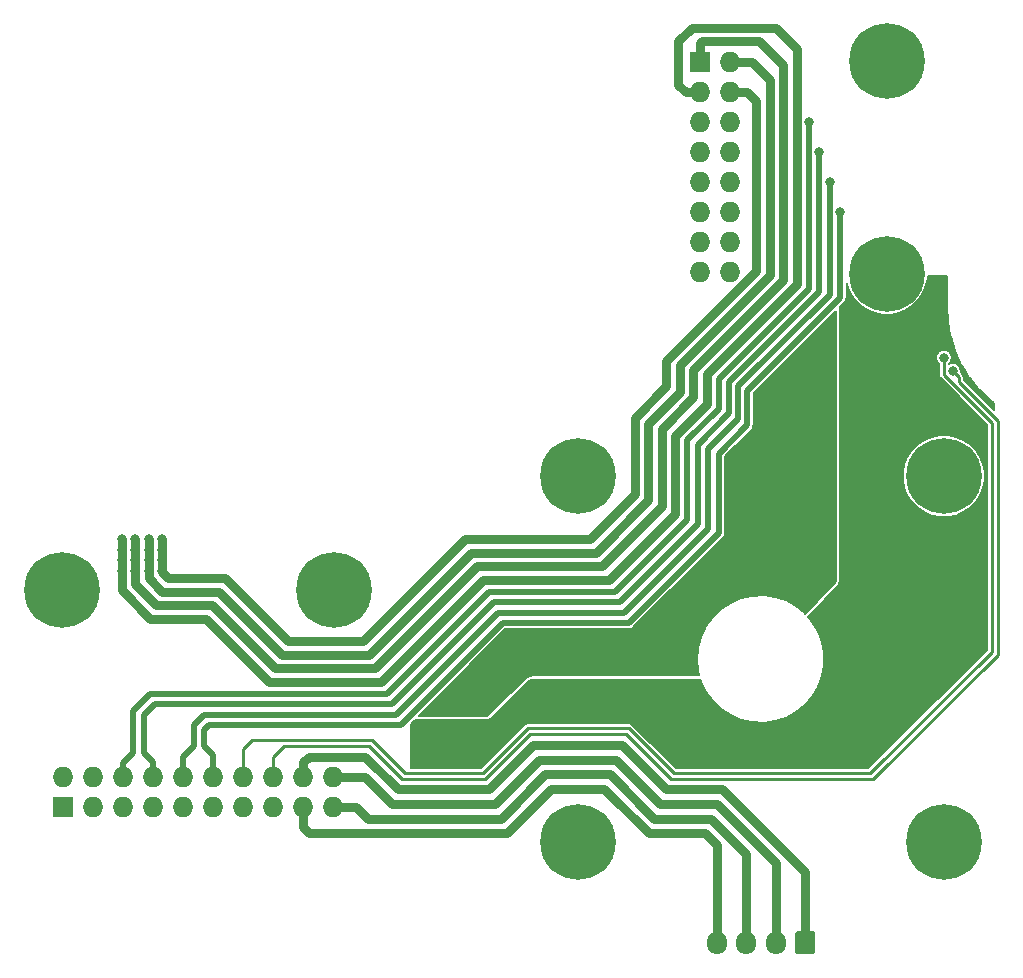
<source format=gbr>
G04 #@! TF.GenerationSoftware,KiCad,Pcbnew,(5.1.4)-1*
G04 #@! TF.CreationDate,2020-03-27T16:40:10-04:00*
G04 #@! TF.ProjectId,gantry_x_motor_breakout,67616e74-7279-45f7-985f-6d6f746f725f,rev?*
G04 #@! TF.SameCoordinates,Original*
G04 #@! TF.FileFunction,Copper,L1,Top*
G04 #@! TF.FilePolarity,Positive*
%FSLAX46Y46*%
G04 Gerber Fmt 4.6, Leading zero omitted, Abs format (unit mm)*
G04 Created by KiCad (PCBNEW (5.1.4)-1) date 2020-03-27 16:40:10*
%MOMM*%
%LPD*%
G04 APERTURE LIST*
%ADD10O,1.727200X1.727200*%
%ADD11R,1.727200X1.727200*%
%ADD12O,1.700000X1.950000*%
%ADD13C,0.100000*%
%ADD14C,1.700000*%
%ADD15C,6.400000*%
%ADD16C,0.800000*%
%ADD17C,0.508000*%
%ADD18C,0.254000*%
%ADD19C,0.762000*%
%ADD20C,0.152400*%
G04 APERTURE END LIST*
D10*
X113780000Y-109960000D03*
X113780000Y-112500000D03*
X111240000Y-109960000D03*
X111240000Y-112500000D03*
X108700000Y-109960000D03*
X108700000Y-112500000D03*
X106160000Y-109960000D03*
X106160000Y-112500000D03*
X103620000Y-109960000D03*
X103620000Y-112500000D03*
X101080000Y-109960000D03*
X101080000Y-112500000D03*
X98540000Y-109960000D03*
X98540000Y-112500000D03*
X96000000Y-109960000D03*
X96000000Y-112500000D03*
X93460000Y-109960000D03*
X93460000Y-112500000D03*
X90920000Y-109960000D03*
D11*
X90920000Y-112500000D03*
D10*
X147415000Y-67240000D03*
X144875000Y-67240000D03*
X147415000Y-64700000D03*
X144875000Y-64700000D03*
X147415000Y-62160000D03*
X144875000Y-62160000D03*
X147415000Y-59620000D03*
X144875000Y-59620000D03*
X147415000Y-57080000D03*
X144875000Y-57080000D03*
X147415000Y-54540000D03*
X144875000Y-54540000D03*
X147415000Y-52000000D03*
X144875000Y-52000000D03*
X147415000Y-49460000D03*
D11*
X144875000Y-49460000D03*
D12*
X146250000Y-124000000D03*
X148750000Y-124000000D03*
X151250000Y-124000000D03*
D13*
G36*
X154374504Y-123026204D02*
G01*
X154398773Y-123029804D01*
X154422571Y-123035765D01*
X154445671Y-123044030D01*
X154467849Y-123054520D01*
X154488893Y-123067133D01*
X154508598Y-123081747D01*
X154526777Y-123098223D01*
X154543253Y-123116402D01*
X154557867Y-123136107D01*
X154570480Y-123157151D01*
X154580970Y-123179329D01*
X154589235Y-123202429D01*
X154595196Y-123226227D01*
X154598796Y-123250496D01*
X154600000Y-123275000D01*
X154600000Y-124725000D01*
X154598796Y-124749504D01*
X154595196Y-124773773D01*
X154589235Y-124797571D01*
X154580970Y-124820671D01*
X154570480Y-124842849D01*
X154557867Y-124863893D01*
X154543253Y-124883598D01*
X154526777Y-124901777D01*
X154508598Y-124918253D01*
X154488893Y-124932867D01*
X154467849Y-124945480D01*
X154445671Y-124955970D01*
X154422571Y-124964235D01*
X154398773Y-124970196D01*
X154374504Y-124973796D01*
X154350000Y-124975000D01*
X153150000Y-124975000D01*
X153125496Y-124973796D01*
X153101227Y-124970196D01*
X153077429Y-124964235D01*
X153054329Y-124955970D01*
X153032151Y-124945480D01*
X153011107Y-124932867D01*
X152991402Y-124918253D01*
X152973223Y-124901777D01*
X152956747Y-124883598D01*
X152942133Y-124863893D01*
X152929520Y-124842849D01*
X152919030Y-124820671D01*
X152910765Y-124797571D01*
X152904804Y-124773773D01*
X152901204Y-124749504D01*
X152900000Y-124725000D01*
X152900000Y-123275000D01*
X152901204Y-123250496D01*
X152904804Y-123226227D01*
X152910765Y-123202429D01*
X152919030Y-123179329D01*
X152929520Y-123157151D01*
X152942133Y-123136107D01*
X152956747Y-123116402D01*
X152973223Y-123098223D01*
X152991402Y-123081747D01*
X153011107Y-123067133D01*
X153032151Y-123054520D01*
X153054329Y-123044030D01*
X153077429Y-123035765D01*
X153101227Y-123029804D01*
X153125496Y-123026204D01*
X153150000Y-123025000D01*
X154350000Y-123025000D01*
X154374504Y-123026204D01*
X154374504Y-123026204D01*
G37*
D14*
X153750000Y-124000000D03*
D15*
X134500000Y-84500000D03*
X113850000Y-94150000D03*
X90850000Y-94150000D03*
X165500000Y-115500000D03*
X165500000Y-84500000D03*
X134500000Y-115500000D03*
X160650000Y-67350000D03*
X160650000Y-49350000D03*
D16*
X128029000Y-106731000D03*
X128029000Y-105715000D03*
X127013000Y-105715000D03*
X125997000Y-105715000D03*
X124981000Y-105715000D03*
X123965000Y-105715000D03*
X122949000Y-105715000D03*
X121933000Y-105715000D03*
X120917000Y-105715000D03*
X120917000Y-106731000D03*
X121933000Y-106731000D03*
X122949000Y-106731000D03*
X123965000Y-106731000D03*
X124981000Y-106731000D03*
X125997000Y-106731000D03*
X127013000Y-106731000D03*
X127013000Y-107747000D03*
X125997000Y-107747000D03*
X124981000Y-107747000D03*
X123965000Y-107747000D03*
X122949000Y-107747000D03*
X121933000Y-107747000D03*
X120917000Y-107747000D03*
X120917000Y-108763000D03*
X121933000Y-108763000D03*
X122949000Y-108763000D03*
X123965000Y-108763000D03*
X124981000Y-108763000D03*
X125997000Y-108763000D03*
X164351000Y-74092000D03*
X163335000Y-74092000D03*
X162319000Y-74092000D03*
X161303000Y-74092000D03*
X160287000Y-74092000D03*
X159271000Y-74092000D03*
X158255000Y-74092000D03*
X158763000Y-73203000D03*
X159779000Y-73203000D03*
X160795000Y-73203000D03*
X161811000Y-73203000D03*
X162827000Y-73203000D03*
X163843000Y-73203000D03*
X164351000Y-72314000D03*
X163335000Y-72314000D03*
X162319000Y-72314000D03*
X161303000Y-72314000D03*
X160287000Y-72314000D03*
X159271000Y-72314000D03*
X158255000Y-72314000D03*
X158763000Y-71425000D03*
X159779000Y-71425000D03*
X160795000Y-71425000D03*
X161811000Y-71425000D03*
X162827000Y-71425000D03*
X163843000Y-71425000D03*
X164859000Y-71425000D03*
X164351000Y-70536000D03*
X165367000Y-70536000D03*
X163335000Y-70536000D03*
X164859000Y-69647000D03*
X163843000Y-69647000D03*
X164351000Y-68758000D03*
X165367000Y-68758000D03*
X154953000Y-57074000D03*
X154064000Y-54534000D03*
X166256000Y-75616000D03*
X165494000Y-74473000D03*
X156731000Y-62154000D03*
X155842000Y-59614000D03*
X128410000Y-99238000D03*
X128410000Y-100254000D03*
X128410000Y-101270000D03*
X128410000Y-102286000D03*
X127394000Y-99238000D03*
X127394000Y-100254000D03*
X127394000Y-101270000D03*
X127394000Y-102286000D03*
X127394000Y-103302000D03*
X126378000Y-100254000D03*
X126378000Y-101270000D03*
X126378000Y-102286000D03*
X126378000Y-103302000D03*
X126378000Y-104318000D03*
X125362000Y-101270000D03*
X125362000Y-102286000D03*
X125362000Y-103302000D03*
X125362000Y-104318000D03*
X124346000Y-104318000D03*
X124346000Y-103302000D03*
X124346000Y-102286000D03*
X123330000Y-103302000D03*
X123330000Y-104318000D03*
X122314000Y-104254500D03*
X155969000Y-78156000D03*
X154953000Y-78156000D03*
X153937000Y-78156000D03*
X152921000Y-78156000D03*
X151905000Y-78156000D03*
X150889000Y-78156000D03*
X149873000Y-78156000D03*
X150381000Y-77267000D03*
X151397000Y-77267000D03*
X152413000Y-77267000D03*
X153429000Y-77267000D03*
X154445000Y-77267000D03*
X155461000Y-77267000D03*
X155969000Y-76378000D03*
X154953000Y-76378000D03*
X153937000Y-76378000D03*
X152921000Y-76378000D03*
X151905000Y-76378000D03*
X152413000Y-75489000D03*
X153429000Y-75489000D03*
X154445000Y-75489000D03*
X152921000Y-74600000D03*
X155461000Y-75489000D03*
X154953000Y-74600000D03*
X153937000Y-74473000D03*
X154445000Y-73584000D03*
X99327000Y-92507000D03*
X99327000Y-91618000D03*
X99327000Y-90729000D03*
X99327000Y-89840000D03*
X95898000Y-92507000D03*
X95898000Y-91618000D03*
X95898000Y-90729000D03*
X95898000Y-89840000D03*
X98184000Y-92507000D03*
X98184000Y-91618000D03*
X98184000Y-90729000D03*
X98184000Y-89840000D03*
X97041000Y-92507000D03*
X97041000Y-91618000D03*
X97041000Y-90729000D03*
X97041000Y-89840000D03*
D17*
X154953000Y-57639685D02*
X154953000Y-57074000D01*
X154953000Y-68885000D02*
X154953000Y-57639685D01*
X147333000Y-79172000D02*
X147333000Y-76505000D01*
X144666000Y-81839000D02*
X147333000Y-79172000D01*
X144666000Y-88570000D02*
X144666000Y-81839000D01*
X147333000Y-76505000D02*
X154953000Y-68885000D01*
X138062000Y-95174000D02*
X144666000Y-88570000D01*
X127394000Y-95174000D02*
X138062000Y-95174000D01*
X98540000Y-108738000D02*
X97739500Y-107937500D01*
X98540000Y-109960000D02*
X98540000Y-108738000D01*
X97739500Y-107937500D02*
X97739500Y-104762500D01*
X97739500Y-104762500D02*
X98692000Y-103810000D01*
X98692000Y-103810000D02*
X118758000Y-103810000D01*
X118758000Y-103810000D02*
X127394000Y-95174000D01*
X96025000Y-109935000D02*
X96000000Y-109960000D01*
X96850500Y-107937500D02*
X96025000Y-108763000D01*
X96850500Y-104381500D02*
X96850500Y-107937500D01*
X98311000Y-102921000D02*
X96850500Y-104381500D01*
X118377000Y-102921000D02*
X98311000Y-102921000D01*
X127013000Y-94285000D02*
X118377000Y-102921000D01*
X137681000Y-94285000D02*
X127013000Y-94285000D01*
X154064000Y-54534000D02*
X154064000Y-68631000D01*
X146444000Y-76251000D02*
X146444000Y-78791000D01*
X143777000Y-81458000D02*
X143777000Y-88189000D01*
X96025000Y-108763000D02*
X96025000Y-109935000D01*
X154064000Y-68631000D02*
X146444000Y-76251000D01*
X146444000Y-78791000D02*
X143777000Y-81458000D01*
X143777000Y-88189000D02*
X137681000Y-94285000D01*
D18*
X108700000Y-108280000D02*
X108700000Y-109960000D01*
X109614000Y-107366000D02*
X108700000Y-108280000D01*
X116853000Y-107366000D02*
X109614000Y-107366000D01*
X126632000Y-110160000D02*
X119647000Y-110160000D01*
X130442000Y-106350000D02*
X126632000Y-110160000D01*
X138570000Y-106350000D02*
X130442000Y-106350000D01*
X166764000Y-76124000D02*
X166764000Y-76505000D01*
X166256000Y-75616000D02*
X166764000Y-76124000D01*
X166764000Y-76505000D02*
X170066000Y-79807000D01*
X170066000Y-79807000D02*
X170066000Y-99619000D01*
X142380000Y-110160000D02*
X138570000Y-106350000D01*
X170066000Y-99619000D02*
X159525000Y-110160000D01*
X119647000Y-110160000D02*
X116853000Y-107366000D01*
X159525000Y-110160000D02*
X142380000Y-110160000D01*
X117107000Y-106858000D02*
X106947000Y-106858000D01*
X119901000Y-109652000D02*
X117107000Y-106858000D01*
X126441500Y-109652000D02*
X119901000Y-109652000D01*
X106160000Y-107645000D02*
X106160000Y-109960000D01*
X130251500Y-105842000D02*
X126441500Y-109652000D01*
X138824000Y-105842000D02*
X130251500Y-105842000D01*
X165494000Y-75929962D02*
X169558000Y-79993962D01*
X106947000Y-106858000D02*
X106160000Y-107645000D01*
X165494000Y-74473000D02*
X165494000Y-75929962D01*
X169558000Y-79993962D02*
X169558000Y-99365000D01*
X169558000Y-99365000D02*
X159271000Y-109652000D01*
X159271000Y-109652000D02*
X142634000Y-109652000D01*
X142634000Y-109652000D02*
X138824000Y-105842000D01*
D17*
X102883000Y-107366000D02*
X103620000Y-108103000D01*
X102883000Y-105969000D02*
X102883000Y-107366000D01*
X103620000Y-108103000D02*
X103620000Y-109960000D01*
X103264000Y-105588000D02*
X102883000Y-105969000D01*
X119520000Y-105588000D02*
X103264000Y-105588000D01*
X138824000Y-96952000D02*
X128156000Y-96952000D01*
X156731000Y-69393000D02*
X148857000Y-77267000D01*
X156731000Y-62154000D02*
X156731000Y-69393000D01*
X148857000Y-77267000D02*
X148857000Y-80188000D01*
X148857000Y-80188000D02*
X146444000Y-82601000D01*
X128156000Y-96952000D02*
X119520000Y-105588000D01*
X146444000Y-82601000D02*
X146444000Y-89332000D01*
X146444000Y-89332000D02*
X138824000Y-96952000D01*
X101080000Y-108280000D02*
X101080000Y-109960000D01*
X102883000Y-104699000D02*
X101994000Y-105588000D01*
X119139000Y-104699000D02*
X102883000Y-104699000D01*
X127775000Y-96063000D02*
X119139000Y-104699000D01*
X138443000Y-96063000D02*
X127775000Y-96063000D01*
X155842000Y-69139000D02*
X148095000Y-76886000D01*
X155842000Y-59614000D02*
X155842000Y-69139000D01*
X101994000Y-105588000D02*
X101994000Y-107366000D01*
X148095000Y-76886000D02*
X148095000Y-79680000D01*
X101994000Y-107366000D02*
X101080000Y-108280000D01*
X148095000Y-79680000D02*
X145555000Y-82220000D01*
X145555000Y-82220000D02*
X145555000Y-88951000D01*
X145555000Y-88951000D02*
X138443000Y-96063000D01*
D19*
X113780000Y-109960000D02*
X116460000Y-109960000D01*
X116460000Y-109960000D02*
X118750000Y-112250000D01*
X118750000Y-112250000D02*
X127500000Y-112250000D01*
X127500000Y-112250000D02*
X131250000Y-108500000D01*
X131250000Y-108500000D02*
X137750000Y-108500000D01*
X137750000Y-108500000D02*
X141500000Y-112250000D01*
X141500000Y-112250000D02*
X146250000Y-112250000D01*
X151250000Y-117250000D02*
X151250000Y-124000000D01*
X146250000Y-112250000D02*
X151250000Y-117250000D01*
X145750000Y-113500000D02*
X148750000Y-116500000D01*
X141000000Y-113500000D02*
X145750000Y-113500000D01*
X148750000Y-116500000D02*
X148750000Y-124000000D01*
X115750000Y-112500000D02*
X116750000Y-113500000D01*
X113780000Y-112500000D02*
X115750000Y-112500000D01*
X116750000Y-113500000D02*
X128000000Y-113500000D01*
X128000000Y-113500000D02*
X131750000Y-109750000D01*
X131750000Y-109750000D02*
X137250000Y-109750000D01*
X137250000Y-109750000D02*
X141000000Y-113500000D01*
X111240000Y-108738686D02*
X111728686Y-108250000D01*
X111240000Y-109960000D02*
X111240000Y-108738686D01*
X111728686Y-108250000D02*
X116500000Y-108250000D01*
X116500000Y-108250000D02*
X119250000Y-111000000D01*
X119250000Y-111000000D02*
X127000000Y-111000000D01*
X127000000Y-111000000D02*
X130750000Y-107250000D01*
X130750000Y-107250000D02*
X138250000Y-107250000D01*
X138250000Y-107250000D02*
X142000000Y-111000000D01*
X142000000Y-111000000D02*
X146750000Y-111000000D01*
X153750000Y-118000000D02*
X153750000Y-124000000D01*
X146750000Y-111000000D02*
X153750000Y-118000000D01*
X145250000Y-114750000D02*
X146250000Y-115750000D01*
X140500000Y-114750000D02*
X145250000Y-114750000D01*
X111240000Y-114240000D02*
X111750000Y-114750000D01*
X146250000Y-115750000D02*
X146250000Y-124000000D01*
X111240000Y-112500000D02*
X111240000Y-114240000D01*
X128500000Y-114750000D02*
X132250000Y-111000000D01*
X111750000Y-114750000D02*
X128500000Y-114750000D01*
X132250000Y-111000000D02*
X136750000Y-111000000D01*
X136750000Y-111000000D02*
X140500000Y-114750000D01*
X99327000Y-92634000D02*
X99327000Y-89840000D01*
X109995000Y-98476000D02*
X104661000Y-93142000D01*
X124981000Y-89840000D02*
X116345000Y-98476000D01*
X135522000Y-89840000D02*
X124981000Y-89840000D01*
X139332000Y-79553000D02*
X139332000Y-86030000D01*
X148863000Y-52000000D02*
X149619000Y-52756000D01*
X99835000Y-93142000D02*
X99327000Y-92634000D01*
X116345000Y-98476000D02*
X109995000Y-98476000D01*
X149619000Y-52756000D02*
X149619000Y-67107000D01*
X104661000Y-93142000D02*
X99835000Y-93142000D01*
X149619000Y-67107000D02*
X141999000Y-74727000D01*
X141999000Y-74727000D02*
X141999000Y-76886000D01*
X139332000Y-86030000D02*
X135522000Y-89840000D01*
X147415000Y-52000000D02*
X148863000Y-52000000D01*
X141999000Y-76886000D02*
X139332000Y-79553000D01*
X95898000Y-94158000D02*
X95898000Y-89840000D01*
X98311000Y-96571000D02*
X95898000Y-94158000D01*
X103010000Y-96571000D02*
X98311000Y-96571000D01*
X144875000Y-52000000D02*
X143653686Y-52000000D01*
X137173000Y-93269000D02*
X126505000Y-93269000D01*
X151270000Y-46533000D02*
X153048000Y-48311000D01*
X153048000Y-48311000D02*
X153048000Y-68250000D01*
X144158000Y-46533000D02*
X151270000Y-46533000D01*
X143015000Y-47676000D02*
X144158000Y-46533000D01*
X145428000Y-75870000D02*
X145428000Y-78410000D01*
X142761000Y-81077000D02*
X142761000Y-87681000D01*
X143015000Y-51361314D02*
X143015000Y-47676000D01*
X143653686Y-52000000D02*
X143015000Y-51361314D01*
X153048000Y-68250000D02*
X145428000Y-75870000D01*
X145428000Y-78410000D02*
X142761000Y-81077000D01*
X142761000Y-87681000D02*
X137173000Y-93269000D01*
X126505000Y-93269000D02*
X117869000Y-101905000D01*
X108344000Y-101905000D02*
X103010000Y-96571000D01*
X117869000Y-101905000D02*
X108344000Y-101905000D01*
X98184000Y-93142000D02*
X98184000Y-89840000D01*
X99327000Y-94285000D02*
X98184000Y-93142000D01*
X104153000Y-94285000D02*
X99327000Y-94285000D01*
X109487000Y-99619000D02*
X104153000Y-94285000D01*
X116853000Y-99619000D02*
X109487000Y-99619000D01*
X125489000Y-90983000D02*
X116853000Y-99619000D01*
X136030000Y-90983000D02*
X125489000Y-90983000D01*
X140475000Y-86538000D02*
X136030000Y-90983000D01*
X140475000Y-80061000D02*
X140475000Y-86538000D01*
X149244000Y-49460000D02*
X150762000Y-50978000D01*
X147415000Y-49460000D02*
X149244000Y-49460000D01*
X150762000Y-50978000D02*
X150762000Y-67488000D01*
X150762000Y-67488000D02*
X143142000Y-75108000D01*
X143142000Y-75108000D02*
X143142000Y-77394000D01*
X143142000Y-77394000D02*
X140475000Y-80061000D01*
X97041000Y-93650000D02*
X97041000Y-89840000D01*
X151905000Y-67869000D02*
X144285000Y-75489000D01*
X151905000Y-49708000D02*
X151905000Y-67869000D01*
X144285000Y-75489000D02*
X144285000Y-77838500D01*
X149873000Y-47676000D02*
X151905000Y-49708000D01*
X136538000Y-92126000D02*
X125997000Y-92126000D01*
X145033400Y-47676000D02*
X149873000Y-47676000D01*
X141618000Y-87046000D02*
X136538000Y-92126000D01*
X144875000Y-47834400D02*
X145033400Y-47676000D01*
X141618000Y-80505500D02*
X141618000Y-87046000D01*
X144285000Y-77838500D02*
X141618000Y-80505500D01*
X144875000Y-49460000D02*
X144875000Y-47834400D01*
X125997000Y-92126000D02*
X117361000Y-100762000D01*
X117361000Y-100762000D02*
X108852000Y-100762000D01*
X108852000Y-100762000D02*
X103518000Y-95428000D01*
X103518000Y-95428000D02*
X98819000Y-95428000D01*
X98819000Y-95428000D02*
X97041000Y-93650000D01*
D20*
G36*
X165769002Y-70208459D02*
G01*
X165770066Y-70219267D01*
X165834781Y-71351202D01*
X165837517Y-71373903D01*
X165840116Y-71396559D01*
X166061298Y-72632738D01*
X166072665Y-72679214D01*
X166072669Y-72679224D01*
X166447034Y-73877910D01*
X166447038Y-73877925D01*
X166464142Y-73922610D01*
X166985799Y-75064940D01*
X166985801Y-75064946D01*
X166990022Y-75072836D01*
X167008369Y-75107135D01*
X167008377Y-75107146D01*
X167669077Y-76175063D01*
X167669087Y-76175082D01*
X167683507Y-76195414D01*
X167696766Y-76214110D01*
X167696773Y-76214117D01*
X168486118Y-77190819D01*
X168486124Y-77190827D01*
X168492290Y-77197545D01*
X168518475Y-77226077D01*
X168518483Y-77226084D01*
X169424023Y-78096158D01*
X169460538Y-78127077D01*
X169735800Y-78331920D01*
X169735800Y-78906589D01*
X167167200Y-76337990D01*
X167167200Y-76143787D01*
X167169149Y-76123999D01*
X167167200Y-76104211D01*
X167167200Y-76104202D01*
X167161365Y-76044959D01*
X167138310Y-75968956D01*
X167100870Y-75898911D01*
X167080654Y-75874278D01*
X167063104Y-75852893D01*
X167063102Y-75852891D01*
X167050484Y-75837516D01*
X167035110Y-75824899D01*
X166925665Y-75715454D01*
X166932200Y-75682600D01*
X166932200Y-75549400D01*
X166906214Y-75418760D01*
X166855241Y-75295699D01*
X166781239Y-75184948D01*
X166687052Y-75090761D01*
X166576301Y-75016759D01*
X166453240Y-74965786D01*
X166322600Y-74939800D01*
X166189400Y-74939800D01*
X166058760Y-74965786D01*
X165935699Y-75016759D01*
X165897200Y-75042483D01*
X165897200Y-75016849D01*
X165925052Y-74998239D01*
X166019239Y-74904052D01*
X166093241Y-74793301D01*
X166144214Y-74670240D01*
X166170200Y-74539600D01*
X166170200Y-74406400D01*
X166144214Y-74275760D01*
X166093241Y-74152699D01*
X166019239Y-74041948D01*
X165925052Y-73947761D01*
X165814301Y-73873759D01*
X165691240Y-73822786D01*
X165560600Y-73796800D01*
X165427400Y-73796800D01*
X165296760Y-73822786D01*
X165173699Y-73873759D01*
X165062948Y-73947761D01*
X164968761Y-74041948D01*
X164894759Y-74152699D01*
X164843786Y-74275760D01*
X164817800Y-74406400D01*
X164817800Y-74539600D01*
X164843786Y-74670240D01*
X164894759Y-74793301D01*
X164968761Y-74904052D01*
X165062948Y-74998239D01*
X165090800Y-75016850D01*
X165090801Y-75910161D01*
X165088851Y-75929962D01*
X165096635Y-76009003D01*
X165119691Y-76085006D01*
X165157131Y-76155051D01*
X165186416Y-76190734D01*
X165207517Y-76216446D01*
X165222892Y-76229064D01*
X169154800Y-80160973D01*
X169154801Y-99197988D01*
X159103990Y-109248800D01*
X142801010Y-109248800D01*
X139123107Y-105570897D01*
X139110484Y-105555516D01*
X139049089Y-105505130D01*
X138979044Y-105467690D01*
X138903041Y-105444635D01*
X138843798Y-105438800D01*
X138843791Y-105438800D01*
X138824000Y-105436851D01*
X138804209Y-105438800D01*
X130271291Y-105438800D01*
X130251500Y-105436851D01*
X130231709Y-105438800D01*
X130231702Y-105438800D01*
X130172459Y-105444635D01*
X130096455Y-105467690D01*
X130065824Y-105484063D01*
X130026411Y-105505130D01*
X129965016Y-105555516D01*
X129952393Y-105570897D01*
X126274490Y-109248800D01*
X120358200Y-109248800D01*
X120358200Y-105719994D01*
X120377875Y-105570545D01*
X120433636Y-105435927D01*
X120472377Y-105385438D01*
X120587438Y-105270377D01*
X120637927Y-105231636D01*
X120772545Y-105175875D01*
X120921994Y-105156200D01*
X126749974Y-105156200D01*
X126759920Y-105155548D01*
X126924270Y-105133911D01*
X126943485Y-105128763D01*
X127096635Y-105065326D01*
X127113861Y-105055380D01*
X127245374Y-104954467D01*
X127252869Y-104947895D01*
X130306367Y-101894397D01*
X130425953Y-101802636D01*
X130560571Y-101746875D01*
X130710020Y-101727200D01*
X144896319Y-101727200D01*
X144943395Y-101897775D01*
X145363518Y-102770169D01*
X145932661Y-103553527D01*
X146632532Y-104222672D01*
X147440635Y-104756096D01*
X148330999Y-105136656D01*
X149275006Y-105352120D01*
X150242315Y-105395562D01*
X151201836Y-105265586D01*
X152122728Y-104966369D01*
X152975395Y-104507530D01*
X153732429Y-103903815D01*
X154369501Y-103174628D01*
X154866133Y-102343406D01*
X155206363Y-101436865D01*
X155379257Y-100484142D01*
X155379257Y-99515858D01*
X155206363Y-98563135D01*
X154866133Y-97656594D01*
X154369501Y-96825372D01*
X154001014Y-96403605D01*
X156475901Y-93888801D01*
X156482351Y-93881336D01*
X156581373Y-93750492D01*
X156591128Y-93733386D01*
X156653315Y-93581537D01*
X156658360Y-93562504D01*
X156679561Y-93399790D01*
X156680200Y-93389945D01*
X156680200Y-84157624D01*
X162023800Y-84157624D01*
X162023800Y-84842376D01*
X162157388Y-85513970D01*
X162419431Y-86146598D01*
X162799859Y-86715948D01*
X163284052Y-87200141D01*
X163853402Y-87580569D01*
X164486030Y-87842612D01*
X165157624Y-87976200D01*
X165842376Y-87976200D01*
X166513970Y-87842612D01*
X167146598Y-87580569D01*
X167715948Y-87200141D01*
X168200141Y-86715948D01*
X168580569Y-86146598D01*
X168842612Y-85513970D01*
X168976200Y-84842376D01*
X168976200Y-84157624D01*
X168842612Y-83486030D01*
X168580569Y-82853402D01*
X168200141Y-82284052D01*
X167715948Y-81799859D01*
X167146598Y-81419431D01*
X166513970Y-81157388D01*
X165842376Y-81023800D01*
X165157624Y-81023800D01*
X164486030Y-81157388D01*
X163853402Y-81419431D01*
X163284052Y-81799859D01*
X162799859Y-82284052D01*
X162419431Y-82853402D01*
X162157388Y-83486030D01*
X162023800Y-84157624D01*
X156680200Y-84157624D01*
X156680200Y-70193616D01*
X157087491Y-69786325D01*
X157107722Y-69769722D01*
X157173978Y-69688988D01*
X157223211Y-69596880D01*
X157253528Y-69496937D01*
X157261200Y-69419043D01*
X157263765Y-69393000D01*
X157261200Y-69366957D01*
X157261200Y-68131767D01*
X157307388Y-68363970D01*
X157569431Y-68996598D01*
X157949859Y-69565948D01*
X158434052Y-70050141D01*
X159003402Y-70430569D01*
X159636030Y-70692612D01*
X160307624Y-70826200D01*
X160992376Y-70826200D01*
X161663970Y-70692612D01*
X162296598Y-70430569D01*
X162865948Y-70050141D01*
X163350141Y-69565948D01*
X163730569Y-68996598D01*
X163992612Y-68363970D01*
X164126200Y-67692376D01*
X164126200Y-67564200D01*
X165769002Y-67564200D01*
X165769002Y-70208459D01*
X165769002Y-70208459D01*
G37*
X165769002Y-70208459D02*
X165770066Y-70219267D01*
X165834781Y-71351202D01*
X165837517Y-71373903D01*
X165840116Y-71396559D01*
X166061298Y-72632738D01*
X166072665Y-72679214D01*
X166072669Y-72679224D01*
X166447034Y-73877910D01*
X166447038Y-73877925D01*
X166464142Y-73922610D01*
X166985799Y-75064940D01*
X166985801Y-75064946D01*
X166990022Y-75072836D01*
X167008369Y-75107135D01*
X167008377Y-75107146D01*
X167669077Y-76175063D01*
X167669087Y-76175082D01*
X167683507Y-76195414D01*
X167696766Y-76214110D01*
X167696773Y-76214117D01*
X168486118Y-77190819D01*
X168486124Y-77190827D01*
X168492290Y-77197545D01*
X168518475Y-77226077D01*
X168518483Y-77226084D01*
X169424023Y-78096158D01*
X169460538Y-78127077D01*
X169735800Y-78331920D01*
X169735800Y-78906589D01*
X167167200Y-76337990D01*
X167167200Y-76143787D01*
X167169149Y-76123999D01*
X167167200Y-76104211D01*
X167167200Y-76104202D01*
X167161365Y-76044959D01*
X167138310Y-75968956D01*
X167100870Y-75898911D01*
X167080654Y-75874278D01*
X167063104Y-75852893D01*
X167063102Y-75852891D01*
X167050484Y-75837516D01*
X167035110Y-75824899D01*
X166925665Y-75715454D01*
X166932200Y-75682600D01*
X166932200Y-75549400D01*
X166906214Y-75418760D01*
X166855241Y-75295699D01*
X166781239Y-75184948D01*
X166687052Y-75090761D01*
X166576301Y-75016759D01*
X166453240Y-74965786D01*
X166322600Y-74939800D01*
X166189400Y-74939800D01*
X166058760Y-74965786D01*
X165935699Y-75016759D01*
X165897200Y-75042483D01*
X165897200Y-75016849D01*
X165925052Y-74998239D01*
X166019239Y-74904052D01*
X166093241Y-74793301D01*
X166144214Y-74670240D01*
X166170200Y-74539600D01*
X166170200Y-74406400D01*
X166144214Y-74275760D01*
X166093241Y-74152699D01*
X166019239Y-74041948D01*
X165925052Y-73947761D01*
X165814301Y-73873759D01*
X165691240Y-73822786D01*
X165560600Y-73796800D01*
X165427400Y-73796800D01*
X165296760Y-73822786D01*
X165173699Y-73873759D01*
X165062948Y-73947761D01*
X164968761Y-74041948D01*
X164894759Y-74152699D01*
X164843786Y-74275760D01*
X164817800Y-74406400D01*
X164817800Y-74539600D01*
X164843786Y-74670240D01*
X164894759Y-74793301D01*
X164968761Y-74904052D01*
X165062948Y-74998239D01*
X165090800Y-75016850D01*
X165090801Y-75910161D01*
X165088851Y-75929962D01*
X165096635Y-76009003D01*
X165119691Y-76085006D01*
X165157131Y-76155051D01*
X165186416Y-76190734D01*
X165207517Y-76216446D01*
X165222892Y-76229064D01*
X169154800Y-80160973D01*
X169154801Y-99197988D01*
X159103990Y-109248800D01*
X142801010Y-109248800D01*
X139123107Y-105570897D01*
X139110484Y-105555516D01*
X139049089Y-105505130D01*
X138979044Y-105467690D01*
X138903041Y-105444635D01*
X138843798Y-105438800D01*
X138843791Y-105438800D01*
X138824000Y-105436851D01*
X138804209Y-105438800D01*
X130271291Y-105438800D01*
X130251500Y-105436851D01*
X130231709Y-105438800D01*
X130231702Y-105438800D01*
X130172459Y-105444635D01*
X130096455Y-105467690D01*
X130065824Y-105484063D01*
X130026411Y-105505130D01*
X129965016Y-105555516D01*
X129952393Y-105570897D01*
X126274490Y-109248800D01*
X120358200Y-109248800D01*
X120358200Y-105719994D01*
X120377875Y-105570545D01*
X120433636Y-105435927D01*
X120472377Y-105385438D01*
X120587438Y-105270377D01*
X120637927Y-105231636D01*
X120772545Y-105175875D01*
X120921994Y-105156200D01*
X126749974Y-105156200D01*
X126759920Y-105155548D01*
X126924270Y-105133911D01*
X126943485Y-105128763D01*
X127096635Y-105065326D01*
X127113861Y-105055380D01*
X127245374Y-104954467D01*
X127252869Y-104947895D01*
X130306367Y-101894397D01*
X130425953Y-101802636D01*
X130560571Y-101746875D01*
X130710020Y-101727200D01*
X144896319Y-101727200D01*
X144943395Y-101897775D01*
X145363518Y-102770169D01*
X145932661Y-103553527D01*
X146632532Y-104222672D01*
X147440635Y-104756096D01*
X148330999Y-105136656D01*
X149275006Y-105352120D01*
X150242315Y-105395562D01*
X151201836Y-105265586D01*
X152122728Y-104966369D01*
X152975395Y-104507530D01*
X153732429Y-103903815D01*
X154369501Y-103174628D01*
X154866133Y-102343406D01*
X155206363Y-101436865D01*
X155379257Y-100484142D01*
X155379257Y-99515858D01*
X155206363Y-98563135D01*
X154866133Y-97656594D01*
X154369501Y-96825372D01*
X154001014Y-96403605D01*
X156475901Y-93888801D01*
X156482351Y-93881336D01*
X156581373Y-93750492D01*
X156591128Y-93733386D01*
X156653315Y-93581537D01*
X156658360Y-93562504D01*
X156679561Y-93399790D01*
X156680200Y-93389945D01*
X156680200Y-84157624D01*
X162023800Y-84157624D01*
X162023800Y-84842376D01*
X162157388Y-85513970D01*
X162419431Y-86146598D01*
X162799859Y-86715948D01*
X163284052Y-87200141D01*
X163853402Y-87580569D01*
X164486030Y-87842612D01*
X165157624Y-87976200D01*
X165842376Y-87976200D01*
X166513970Y-87842612D01*
X167146598Y-87580569D01*
X167715948Y-87200141D01*
X168200141Y-86715948D01*
X168580569Y-86146598D01*
X168842612Y-85513970D01*
X168976200Y-84842376D01*
X168976200Y-84157624D01*
X168842612Y-83486030D01*
X168580569Y-82853402D01*
X168200141Y-82284052D01*
X167715948Y-81799859D01*
X167146598Y-81419431D01*
X166513970Y-81157388D01*
X165842376Y-81023800D01*
X165157624Y-81023800D01*
X164486030Y-81157388D01*
X163853402Y-81419431D01*
X163284052Y-81799859D01*
X162799859Y-82284052D01*
X162419431Y-82853402D01*
X162157388Y-83486030D01*
X162023800Y-84157624D01*
X156680200Y-84157624D01*
X156680200Y-70193616D01*
X157087491Y-69786325D01*
X157107722Y-69769722D01*
X157173978Y-69688988D01*
X157223211Y-69596880D01*
X157253528Y-69496937D01*
X157261200Y-69419043D01*
X157263765Y-69393000D01*
X157261200Y-69366957D01*
X157261200Y-68131767D01*
X157307388Y-68363970D01*
X157569431Y-68996598D01*
X157949859Y-69565948D01*
X158434052Y-70050141D01*
X159003402Y-70430569D01*
X159636030Y-70692612D01*
X160307624Y-70826200D01*
X160992376Y-70826200D01*
X161663970Y-70692612D01*
X162296598Y-70430569D01*
X162865948Y-70050141D01*
X163350141Y-69565948D01*
X163730569Y-68996598D01*
X163992612Y-68363970D01*
X164126200Y-67692376D01*
X164126200Y-67564200D01*
X165769002Y-67564200D01*
X165769002Y-70208459D01*
G36*
X156327800Y-93372026D02*
G01*
X156313564Y-93481286D01*
X156278654Y-93566530D01*
X156212161Y-93654391D01*
X153768497Y-96137468D01*
X153732429Y-96096185D01*
X152975395Y-95492470D01*
X152122728Y-95033631D01*
X151201836Y-94734414D01*
X150242315Y-94604438D01*
X149275006Y-94647880D01*
X148330999Y-94863344D01*
X147440635Y-95243904D01*
X146632532Y-95777328D01*
X145932661Y-96446473D01*
X145363518Y-97229831D01*
X144943395Y-98102225D01*
X144685796Y-99035614D01*
X144599000Y-100000000D01*
X144685796Y-100964386D01*
X144799063Y-101374800D01*
X130705026Y-101374800D01*
X130668975Y-101377163D01*
X130504625Y-101398800D01*
X130434979Y-101417462D01*
X130281829Y-101480899D01*
X130219387Y-101516949D01*
X130087874Y-101617862D01*
X130060710Y-101641684D01*
X127016485Y-104685909D01*
X126928181Y-104753667D01*
X126842223Y-104789272D01*
X126731872Y-104803800D01*
X121054015Y-104803800D01*
X128375616Y-97482200D01*
X138797960Y-97482200D01*
X138824000Y-97484765D01*
X138850040Y-97482200D01*
X138850043Y-97482200D01*
X138927937Y-97474528D01*
X139027880Y-97444211D01*
X139119988Y-97394978D01*
X139200722Y-97328722D01*
X139217329Y-97308486D01*
X146800491Y-89725325D01*
X146820722Y-89708722D01*
X146886978Y-89627988D01*
X146936211Y-89535880D01*
X146966528Y-89435937D01*
X146974200Y-89358043D01*
X146974200Y-89358041D01*
X146976765Y-89332001D01*
X146974200Y-89305961D01*
X146974200Y-82820615D01*
X149213491Y-80581325D01*
X149233722Y-80564722D01*
X149299978Y-80483988D01*
X149349211Y-80391880D01*
X149379528Y-80291937D01*
X149387200Y-80214043D01*
X149387200Y-80214041D01*
X149389765Y-80188001D01*
X149387200Y-80161961D01*
X149387200Y-77486615D01*
X156327800Y-70546016D01*
X156327800Y-93372026D01*
X156327800Y-93372026D01*
G37*
X156327800Y-93372026D02*
X156313564Y-93481286D01*
X156278654Y-93566530D01*
X156212161Y-93654391D01*
X153768497Y-96137468D01*
X153732429Y-96096185D01*
X152975395Y-95492470D01*
X152122728Y-95033631D01*
X151201836Y-94734414D01*
X150242315Y-94604438D01*
X149275006Y-94647880D01*
X148330999Y-94863344D01*
X147440635Y-95243904D01*
X146632532Y-95777328D01*
X145932661Y-96446473D01*
X145363518Y-97229831D01*
X144943395Y-98102225D01*
X144685796Y-99035614D01*
X144599000Y-100000000D01*
X144685796Y-100964386D01*
X144799063Y-101374800D01*
X130705026Y-101374800D01*
X130668975Y-101377163D01*
X130504625Y-101398800D01*
X130434979Y-101417462D01*
X130281829Y-101480899D01*
X130219387Y-101516949D01*
X130087874Y-101617862D01*
X130060710Y-101641684D01*
X127016485Y-104685909D01*
X126928181Y-104753667D01*
X126842223Y-104789272D01*
X126731872Y-104803800D01*
X121054015Y-104803800D01*
X128375616Y-97482200D01*
X138797960Y-97482200D01*
X138824000Y-97484765D01*
X138850040Y-97482200D01*
X138850043Y-97482200D01*
X138927937Y-97474528D01*
X139027880Y-97444211D01*
X139119988Y-97394978D01*
X139200722Y-97328722D01*
X139217329Y-97308486D01*
X146800491Y-89725325D01*
X146820722Y-89708722D01*
X146886978Y-89627988D01*
X146936211Y-89535880D01*
X146966528Y-89435937D01*
X146974200Y-89358043D01*
X146974200Y-89358041D01*
X146976765Y-89332001D01*
X146974200Y-89305961D01*
X146974200Y-82820615D01*
X149213491Y-80581325D01*
X149233722Y-80564722D01*
X149299978Y-80483988D01*
X149349211Y-80391880D01*
X149379528Y-80291937D01*
X149387200Y-80214043D01*
X149387200Y-80214041D01*
X149389765Y-80188001D01*
X149387200Y-80161961D01*
X149387200Y-77486615D01*
X156327800Y-70546016D01*
X156327800Y-93372026D01*
M02*

</source>
